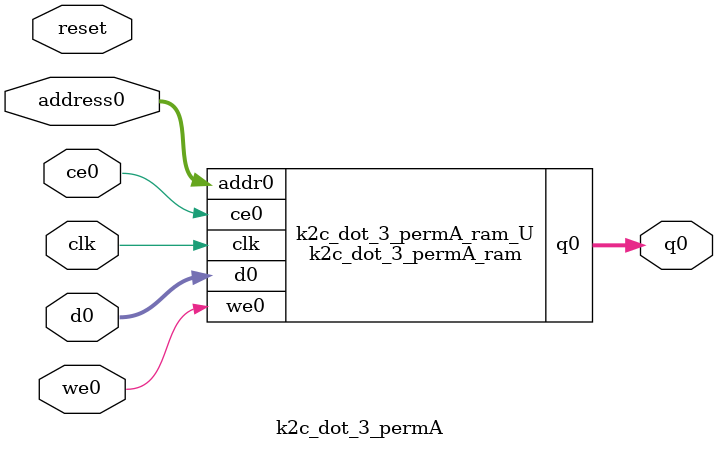
<source format=v>

`timescale 1 ns / 1 ps
module k2c_dot_3_permA_ram (addr0, ce0, d0, we0, q0,  clk);

parameter DWIDTH = 64;
parameter AWIDTH = 3;
parameter MEM_SIZE = 5;

input[AWIDTH-1:0] addr0;
input ce0;
input[DWIDTH-1:0] d0;
input we0;
output reg[DWIDTH-1:0] q0;
input clk;

(* ram_style = "distributed" *)reg [DWIDTH-1:0] ram[0:MEM_SIZE-1];




always @(posedge clk)  
begin 
    if (ce0) 
    begin
        if (we0) 
        begin 
            ram[addr0] <= d0; 
            q0 <= d0;
        end 
        else 
            q0 <= ram[addr0];
    end
end


endmodule


`timescale 1 ns / 1 ps
module k2c_dot_3_permA(
    reset,
    clk,
    address0,
    ce0,
    we0,
    d0,
    q0);

parameter DataWidth = 32'd64;
parameter AddressRange = 32'd5;
parameter AddressWidth = 32'd3;
input reset;
input clk;
input[AddressWidth - 1:0] address0;
input ce0;
input we0;
input[DataWidth - 1:0] d0;
output[DataWidth - 1:0] q0;



k2c_dot_3_permA_ram k2c_dot_3_permA_ram_U(
    .clk( clk ),
    .addr0( address0 ),
    .ce0( ce0 ),
    .we0( we0 ),
    .d0( d0 ),
    .q0( q0 ));

endmodule


</source>
